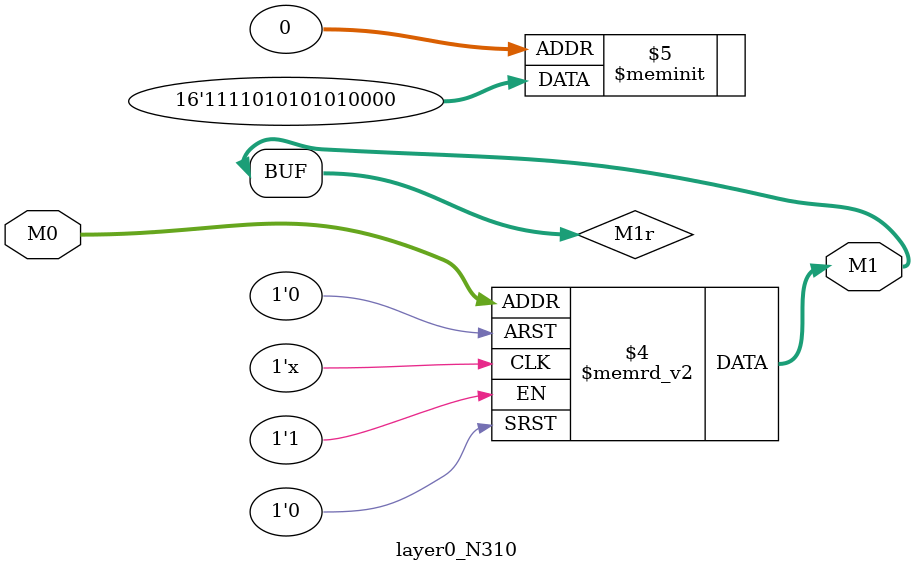
<source format=v>
module layer0_N310 ( input [2:0] M0, output [1:0] M1 );

	(*rom_style = "distributed" *) reg [1:0] M1r;
	assign M1 = M1r;
	always @ (M0) begin
		case (M0)
			3'b000: M1r = 2'b00;
			3'b100: M1r = 2'b01;
			3'b010: M1r = 2'b01;
			3'b110: M1r = 2'b11;
			3'b001: M1r = 2'b00;
			3'b101: M1r = 2'b01;
			3'b011: M1r = 2'b01;
			3'b111: M1r = 2'b11;

		endcase
	end
endmodule

</source>
